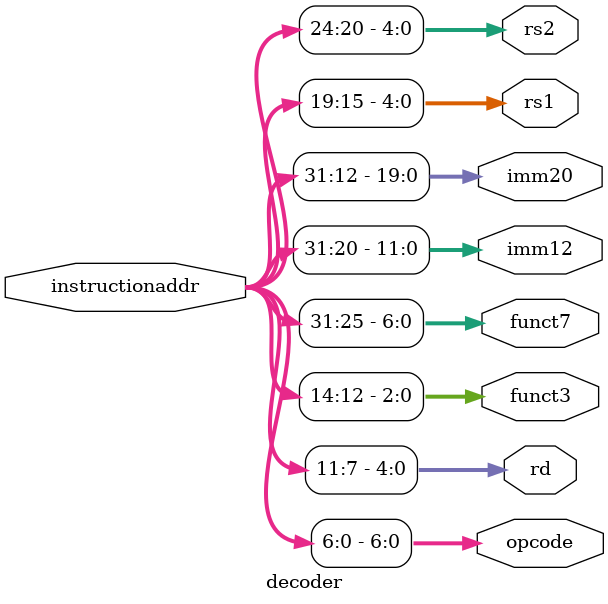
<source format=sv>
module decoder(
	input logic  [31:0]instructionaddr,
	output logic [6:0] opcode,
	output logic [11:7]rd,
	output logic [14:12]funct3,
	output logic [31:25]funct7,
	output logic [31:20]imm12,
	output logic [31:12]imm20,
	output logic [19:15]rs1,
	output logic [24:20]rs2
);
	//common instrucitons decoder for all
	assign opcode = instructionaddr[6:0];
	assign rd = instructionaddr[11:7];
	
	//R-type and I-type instructions decoder
	assign rs1 = instructionaddr[19:15];
	assign funct3 = instructionaddr[14:12];
	
	//R-type instructions decoder
	assign rs2 = instructionaddr[24:20];
	assign funct7 = instructionaddr[31:25];
	
	//U-type instruction decoder
	assign imm20 = instructionaddr[31:12];
	
	//I-type instruction decoder
	assign imm12 = instructionaddr[31:20];
endmodule 
</source>
